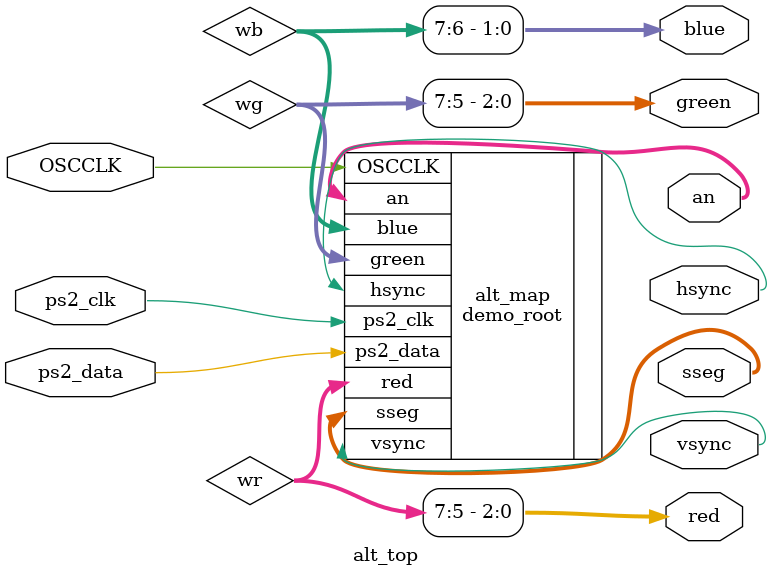
<source format=v>
module alt_top(
            input OSCCLK,
            output hsync,
            output vsync,
            output [2:0] red,
            output [2:0] green,
            output [1:0] blue,
            
            output [7:0] sseg,
            output [3:0] an,
            
            input ps2_clk,
            input ps2_data
    );

    wire [7:0] wr;
    wire [7:0] wg;
    wire [7:0] wb;

    assign red = wr[7:5];
    assign green = wg[7:5];
    assign blue = wb[7:6];

    demo_root alt_map(
                .OSCCLK(OSCCLK),
                .hsync(hsync),
                .vsync(vsync),
                .red(wr),
                .green(wg),
                .blue(wb),
                .sseg(sseg),
                .an(an),
                .ps2_clk(ps2_clk),
                .ps2_data(ps2_data)
                );


endmodule


</source>
